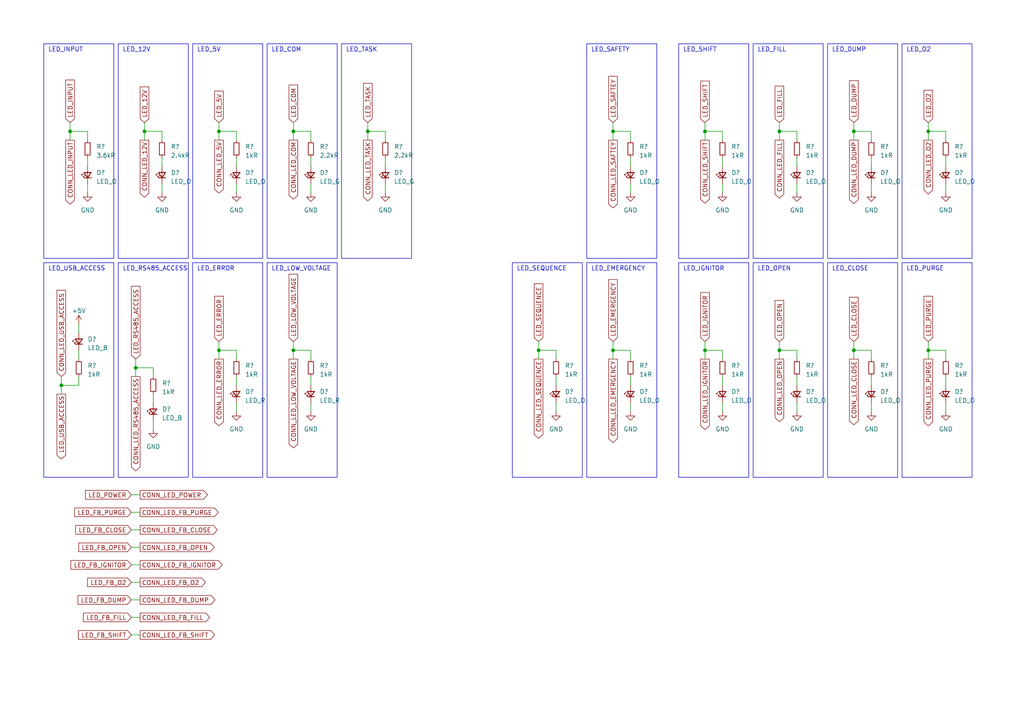
<source format=kicad_sch>
(kicad_sch (version 20230121) (generator eeschema)
  (paper "A4")
  (lib_symbols
    (symbol "Device:LED_Small" (pin_numbers hide) (pin_names (offset 0.254) hide)
      (property "Reference" "D" (at -1.27 3.175 0))
      (property "Value" "LED_Small" (at -4.445 -2.54 0))
      (symbol "LED_Small_0_1"
        (polyline (pts (xy -0.762 -1.016) (xy -0.762 1.016)) (stroke (width 0.254)))
        (polyline (pts (xy 1.016 0) (xy -0.762 0)))
        (polyline (pts (xy 0.762 -1.016) (xy -0.762 0) (xy 0.762 1.016) (xy 0.762 -1.016)) (stroke (width 0.254)))
        (polyline (pts (xy 0 0.762) (xy -0.508 1.27) (xy -0.254 1.27) (xy -0.508 1.27) (xy -0.508 1.016)))
        (polyline (pts (xy 0.508 1.27) (xy 0 1.778) (xy 0.254 1.778) (xy 0 1.778) (xy 0 1.524)))
      )
      (symbol "LED_Small_1_1"
        (pin passive line (at -2.54 0 0) (length 1.778) (name "K") (number "1"))
        (pin passive line (at 2.54 0 180) (length 1.778) (name "A") (number "2"))
      )
    )
    (symbol "Device:R_Small" (pin_numbers hide) (pin_names (offset 0.254) hide)
      (property "Reference" "R" (at 0.762 0.508 0))
      (property "Value" "R_Small" (at 0.762 -1.016 0))
      (symbol "R_Small_0_1"
        (rectangle (start -0.762 1.778) (end 0.762 -1.778) (stroke (width 0.2032)))
      )
      (symbol "R_Small_1_1"
        (pin passive line (at 0 2.54 270) (length 0.762) (name "~") (number "1"))
        (pin passive line (at 0 -2.54 90) (length 0.762) (name "~") (number "2"))
      )
    )
    (symbol "power:+5V" (power) (pin_names (offset 0))
      (property "Value" "+5V" (at 0 3.556 0))
      (symbol "+5V_0_1"
        (polyline (pts (xy -0.762 1.27) (xy 0 2.54)))
        (polyline (pts (xy 0 0) (xy 0 2.54)))
        (polyline (pts (xy 0 2.54) (xy 0.762 1.27)))
      )
      (symbol "+5V_1_1"
        (pin power_in line (at 0 0 90) (length 0) hide (name "+5V") (number "1"))
      )
    )
    (symbol "power:GND" (power) (pin_names (offset 0))
      (property "Value" "GND" (at 0 -3.81 0))
      (symbol "GND_0_1"
        (polyline (pts (xy 0 0) (xy 0 -1.27) (xy 1.27 -1.27) (xy 0 -2.54) (xy -1.27 -1.27) (xy 0 -1.27)))
      )
      (symbol "GND_1_1"
        (pin power_in line (at 0 0 270) (length 0) hide (name "GND") (number "1"))
      )
    )
  )
  (junction (at 269.24 38.1))
  (junction (at 85.09 101.6))
  (junction (at 204.47 38.1))
  (junction (at 226.06 101.6))
  (junction (at 17.78 111.76))
  (junction (at 247.65 101.6))
  (junction (at 269.24 101.6))
  (junction (at 247.65 38.1))
  (junction (at 106.68 38.1))
  (junction (at 63.5 38.1))
  (junction (at 177.8 101.6))
  (junction (at 226.06 38.1))
  (junction (at 204.47 101.6))
  (junction (at 156.21 101.6))
  (junction (at 177.8 38.1))
  (junction (at 39.37 106.68))
  (junction (at 20.32 38.1))
  (junction (at 85.09 38.1))
  (junction (at 63.5 101.6))
  (junction (at 41.91 38.1))
  (wire (pts (xy 231.14 45.72) (xy 231.14 48.26)))
  (wire (pts (xy 274.32 119.38) (xy 274.32 116.84)))
  (wire (pts (xy 90.17 45.72) (xy 90.17 48.26)))
  (wire (pts (xy 106.68 40.64) (xy 106.68 38.1)))
  (wire (pts (xy 269.24 35.56) (xy 269.24 38.1)))
  (wire (pts (xy 247.65 104.14) (xy 247.65 101.6)))
  (wire (pts (xy 44.45 124.46) (xy 44.45 121.92)))
  (wire (pts (xy 177.8 99.06) (xy 177.8 101.6)))
  (wire (pts (xy 247.65 35.56) (xy 247.65 38.1)))
  (wire (pts (xy 182.88 119.38) (xy 182.88 116.84)))
  (wire (pts (xy 182.88 38.1) (xy 177.8 38.1)))
  (wire (pts (xy 252.73 40.64) (xy 252.73 38.1)))
  (wire (pts (xy 17.78 111.76) (xy 22.86 111.76)))
  (wire (pts (xy 46.99 40.64) (xy 46.99 38.1)))
  (wire (pts (xy 39.37 109.22) (xy 39.37 106.68)))
  (wire (pts (xy 17.78 111.76) (xy 17.78 114.3)))
  (wire (pts (xy 68.58 40.64) (xy 68.58 38.1)))
  (wire (pts (xy 209.55 38.1) (xy 204.47 38.1)))
  (wire (pts (xy 209.55 55.88) (xy 209.55 53.34)))
  (wire (pts (xy 156.21 104.14) (xy 156.21 101.6)))
  (wire (pts (xy 41.91 35.56) (xy 41.91 38.1)))
  (wire (pts (xy 226.06 104.14) (xy 226.06 101.6)))
  (wire (pts (xy 209.55 40.64) (xy 209.55 38.1)))
  (wire (pts (xy 204.47 40.64) (xy 204.47 38.1)))
  (wire (pts (xy 68.58 45.72) (xy 68.58 48.26)))
  (wire (pts (xy 274.32 40.64) (xy 274.32 38.1)))
  (wire (pts (xy 85.09 99.06) (xy 85.09 101.6)))
  (wire (pts (xy 274.32 101.6) (xy 269.24 101.6)))
  (wire (pts (xy 177.8 40.64) (xy 177.8 38.1)))
  (wire (pts (xy 25.4 40.64) (xy 25.4 38.1)))
  (wire (pts (xy 182.88 40.64) (xy 182.88 38.1)))
  (wire (pts (xy 252.73 55.88) (xy 252.73 53.34)))
  (wire (pts (xy 106.68 35.56) (xy 106.68 38.1)))
  (wire (pts (xy 231.14 109.22) (xy 231.14 111.76)))
  (wire (pts (xy 182.88 109.22) (xy 182.88 111.76)))
  (wire (pts (xy 226.06 99.06) (xy 226.06 101.6)))
  (wire (pts (xy 63.5 104.14) (xy 63.5 101.6)))
  (wire (pts (xy 41.91 40.64) (xy 41.91 38.1)))
  (wire (pts (xy 46.99 38.1) (xy 41.91 38.1)))
  (wire (pts (xy 68.58 104.14) (xy 68.58 101.6)))
  (wire (pts (xy 252.73 45.72) (xy 252.73 48.26)))
  (wire (pts (xy 209.55 101.6) (xy 204.47 101.6)))
  (wire (pts (xy 161.29 119.38) (xy 161.29 116.84)))
  (wire (pts (xy 90.17 104.14) (xy 90.17 101.6)))
  (wire (pts (xy 38.1 153.67) (xy 40.64 153.67)))
  (wire (pts (xy 247.65 99.06) (xy 247.65 101.6)))
  (wire (pts (xy 247.65 40.64) (xy 247.65 38.1)))
  (wire (pts (xy 44.45 106.68) (xy 39.37 106.68)))
  (wire (pts (xy 274.32 104.14) (xy 274.32 101.6)))
  (wire (pts (xy 90.17 109.22) (xy 90.17 111.76)))
  (wire (pts (xy 111.76 45.72) (xy 111.76 48.26)))
  (wire (pts (xy 68.58 38.1) (xy 63.5 38.1)))
  (wire (pts (xy 156.21 99.06) (xy 156.21 101.6)))
  (wire (pts (xy 85.09 104.14) (xy 85.09 101.6)))
  (wire (pts (xy 25.4 55.88) (xy 25.4 53.34)))
  (wire (pts (xy 161.29 109.22) (xy 161.29 111.76)))
  (wire (pts (xy 85.09 35.56) (xy 85.09 38.1)))
  (wire (pts (xy 209.55 45.72) (xy 209.55 48.26)))
  (wire (pts (xy 269.24 104.14) (xy 269.24 101.6)))
  (wire (pts (xy 204.47 35.56) (xy 204.47 38.1)))
  (wire (pts (xy 252.73 109.22) (xy 252.73 111.76)))
  (wire (pts (xy 252.73 38.1) (xy 247.65 38.1)))
  (wire (pts (xy 46.99 45.72) (xy 46.99 48.26)))
  (wire (pts (xy 90.17 38.1) (xy 85.09 38.1)))
  (wire (pts (xy 22.86 101.6) (xy 22.86 104.14)))
  (wire (pts (xy 63.5 99.06) (xy 63.5 101.6)))
  (wire (pts (xy 85.09 40.64) (xy 85.09 38.1)))
  (wire (pts (xy 22.86 93.98) (xy 22.86 96.52)))
  (wire (pts (xy 111.76 40.64) (xy 111.76 38.1)))
  (wire (pts (xy 38.1 163.83) (xy 40.64 163.83)))
  (wire (pts (xy 111.76 55.88) (xy 111.76 53.34)))
  (wire (pts (xy 182.88 104.14) (xy 182.88 101.6)))
  (wire (pts (xy 111.76 38.1) (xy 106.68 38.1)))
  (wire (pts (xy 269.24 40.64) (xy 269.24 38.1)))
  (wire (pts (xy 38.1 148.59) (xy 40.64 148.59)))
  (wire (pts (xy 38.1 173.99) (xy 40.64 173.99)))
  (wire (pts (xy 231.14 119.38) (xy 231.14 116.84)))
  (wire (pts (xy 182.88 101.6) (xy 177.8 101.6)))
  (wire (pts (xy 231.14 55.88) (xy 231.14 53.34)))
  (wire (pts (xy 231.14 101.6) (xy 226.06 101.6)))
  (wire (pts (xy 20.32 40.64) (xy 20.32 38.1)))
  (wire (pts (xy 209.55 104.14) (xy 209.55 101.6)))
  (wire (pts (xy 38.1 179.07) (xy 40.64 179.07)))
  (wire (pts (xy 20.32 35.56) (xy 20.32 38.1)))
  (wire (pts (xy 231.14 104.14) (xy 231.14 101.6)))
  (wire (pts (xy 252.73 104.14) (xy 252.73 101.6)))
  (wire (pts (xy 17.78 109.22) (xy 17.78 111.76)))
  (wire (pts (xy 68.58 101.6) (xy 63.5 101.6)))
  (wire (pts (xy 38.1 168.91) (xy 40.64 168.91)))
  (wire (pts (xy 44.45 109.22) (xy 44.45 106.68)))
  (wire (pts (xy 25.4 38.1) (xy 20.32 38.1)))
  (wire (pts (xy 90.17 40.64) (xy 90.17 38.1)))
  (wire (pts (xy 46.99 55.88) (xy 46.99 53.34)))
  (wire (pts (xy 63.5 35.56) (xy 63.5 38.1)))
  (wire (pts (xy 90.17 55.88) (xy 90.17 53.34)))
  (wire (pts (xy 38.1 143.51) (xy 40.64 143.51)))
  (wire (pts (xy 269.24 99.06) (xy 269.24 101.6)))
  (wire (pts (xy 25.4 45.72) (xy 25.4 48.26)))
  (wire (pts (xy 68.58 55.88) (xy 68.58 53.34)))
  (wire (pts (xy 44.45 114.3) (xy 44.45 116.84)))
  (wire (pts (xy 177.8 35.56) (xy 177.8 38.1)))
  (wire (pts (xy 68.58 119.38) (xy 68.58 116.84)))
  (wire (pts (xy 90.17 101.6) (xy 85.09 101.6)))
  (wire (pts (xy 177.8 104.14) (xy 177.8 101.6)))
  (wire (pts (xy 231.14 40.64) (xy 231.14 38.1)))
  (wire (pts (xy 22.86 111.76) (xy 22.86 109.22)))
  (wire (pts (xy 204.47 99.06) (xy 204.47 101.6)))
  (wire (pts (xy 231.14 38.1) (xy 226.06 38.1)))
  (wire (pts (xy 274.32 38.1) (xy 269.24 38.1)))
  (wire (pts (xy 63.5 40.64) (xy 63.5 38.1)))
  (wire (pts (xy 161.29 104.14) (xy 161.29 101.6)))
  (wire (pts (xy 182.88 55.88) (xy 182.88 53.34)))
  (wire (pts (xy 209.55 109.22) (xy 209.55 111.76)))
  (wire (pts (xy 161.29 101.6) (xy 156.21 101.6)))
  (wire (pts (xy 226.06 40.64) (xy 226.06 38.1)))
  (wire (pts (xy 274.32 45.72) (xy 274.32 48.26)))
  (wire (pts (xy 252.73 101.6) (xy 247.65 101.6)))
  (wire (pts (xy 90.17 119.38) (xy 90.17 116.84)))
  (wire (pts (xy 274.32 55.88) (xy 274.32 53.34)))
  (wire (pts (xy 226.06 35.56) (xy 226.06 38.1)))
  (wire (pts (xy 38.1 184.15) (xy 40.64 184.15)))
  (wire (pts (xy 68.58 109.22) (xy 68.58 111.76)))
  (wire (pts (xy 274.32 109.22) (xy 274.32 111.76)))
  (wire (pts (xy 252.73 119.38) (xy 252.73 116.84)))
  (wire (pts (xy 39.37 104.14) (xy 39.37 106.68)))
  (wire (pts (xy 209.55 119.38) (xy 209.55 116.84)))
  (wire (pts (xy 182.88 45.72) (xy 182.88 48.26)))
  (wire (pts (xy 204.47 104.14) (xy 204.47 101.6)))
  (wire (pts (xy 38.1 158.75) (xy 40.64 158.75)))
  (rectangle (start 34.29 12.7) (end 54.61 74.93))
  (rectangle (start 55.88 12.7) (end 76.2 74.93))
  (rectangle (start 261.62 76.2) (end 281.94 138.43))
  (rectangle (start 99.06 12.7) (end 119.38 74.93))
  (rectangle (start 218.44 12.7) (end 238.76 74.93))
  (rectangle (start 148.59 76.2) (end 168.91 138.43))
  (rectangle (start 196.85 76.2) (end 217.17 138.43))
  (rectangle (start 77.47 12.7) (end 97.79 74.93))
  (rectangle (start 240.03 76.2) (end 260.35 138.43))
  (rectangle (start 261.62 12.7) (end 281.94 74.93))
  (rectangle (start 55.88 76.2) (end 76.2 138.43))
  (rectangle (start 170.18 12.7) (end 190.5 74.93))
  (rectangle (start 34.29 76.2) (end 54.61 138.43))
  (rectangle (start 196.85 12.7) (end 217.17 74.93))
  (rectangle (start 218.44 76.2) (end 238.76 138.43))
  (rectangle (start 12.7 76.2) (end 33.02 138.43))
  (rectangle (start 240.03 12.7) (end 260.35 74.93))
  (rectangle (start 12.7 12.7) (end 33.02 74.93))
  (rectangle (start 77.47 76.2) (end 97.79 138.43))
  (rectangle (start 170.18 76.2) (end 190.5 138.43))
  (text "LED_SEQUENCE" (at 149.86 78.74 0) (effects (font (size 1.27 1.27)) (justify left bottom)))
  (text "LED_CLOSE" (at 241.3 78.74 0) (effects (font (size 1.27 1.27)) (justify left bottom)))
  (text "LED_ERROR" (at 57.15 78.74 0) (effects (font (size 1.27 1.27)) (justify left bottom)))
  (text "LED_RS485_ACCESS" (at 35.56 78.74 0) (effects (font (size 1.27 1.27)) (justify left bottom)))
  (text "LED_DUMP" (at 241.3 15.24 0) (effects (font (size 1.27 1.27)) (justify left bottom)))
  (text "LED_TASK" (at 100.33 15.24 0) (effects (font (size 1.27 1.27)) (justify left bottom)))
  (text "LED_PURGE" (at 262.89 78.74 0) (effects (font (size 1.27 1.27)) (justify left bottom)))
  (text "LED_FILL" (at 219.71 15.24 0) (effects (font (size 1.27 1.27)) (justify left bottom)))
  (text "LED_EMERGENCY" (at 171.45 78.74 0) (effects (font (size 1.27 1.27)) (justify left bottom)))
  (text "LED_LOW_VOLTAGE" (at 78.74 78.74 0) (effects (font (size 1.27 1.27)) (justify left bottom)))
  (text "LED_O2" (at 262.89 15.24 0) (effects (font (size 1.27 1.27)) (justify left bottom)))
  (text "LED_COM" (at 78.74 15.24 0) (effects (font (size 1.27 1.27)) (justify left bottom)))
  (text "LED_5V" (at 57.15 15.24 0) (effects (font (size 1.27 1.27)) (justify left bottom)))
  (text "LED_SHIFT" (at 198.12 15.24 0) (effects (font (size 1.27 1.27)) (justify left bottom)))
  (text "LED_USB_ACCESS" (at 13.97 78.74 0) (effects (font (size 1.27 1.27)) (justify left bottom)))
  (text "LED_IGNITOR\n" (at 198.12 78.74 0) (effects (font (size 1.27 1.27)) (justify left bottom)))
  (text "LED_OPEN" (at 219.71 78.74 0) (effects (font (size 1.27 1.27)) (justify left bottom)))
  (text "LED_INPUT" (at 13.97 15.24 0) (effects (font (size 1.27 1.27)) (justify left bottom)))
  (text "LED_SAFETY" (at 171.45 15.24 0) (effects (font (size 1.27 1.27)) (justify left bottom)))
  (text "LED_12V" (at 35.56 15.24 0) (effects (font (size 1.27 1.27)) (justify left bottom)))
  (global_label "CONN_LED_FB_DUMP" (shape output) (at 40.64 173.99 0) (property "Intersheetrefs" "${INTERSHEET_REFS}" (effects hide)))
  (global_label "CONN_LED_LOW_VOLTAGE" (shape output) (at 85.09 104.14 270) (property "Intersheetrefs" "${INTERSHEET_REFS}" (effects hide)))
  (global_label "LED_IGNITOR" (shape input) (at 204.47 99.06 90) (property "Intersheetrefs" "${INTERSHEET_REFS}" (effects hide)))
  (global_label "LED_FB_CLOSE" (shape input) (at 38.1 153.67 180) (property "Intersheetrefs" "${INTERSHEET_REFS}" (effects hide)))
  (global_label "LED_POWER" (shape input) (at 38.1 143.51 180) (property "Intersheetrefs" "${INTERSHEET_REFS}" (effects hide)))
  (global_label "LED_TASK" (shape input) (at 106.68 35.56 90) (property "Intersheetrefs" "${INTERSHEET_REFS}" (effects hide)))
  (global_label "CONN_LED_SEQUENCE" (shape output) (at 156.21 104.14 270) (property "Intersheetrefs" "${INTERSHEET_REFS}" (effects hide)))
  (global_label "LED_SAFTEY" (shape input) (at 177.8 35.56 90) (property "Intersheetrefs" "${INTERSHEET_REFS}" (effects hide)))
  (global_label "CONN_LED_POWER" (shape output) (at 40.64 143.51 0) (property "Intersheetrefs" "${INTERSHEET_REFS}" (effects hide)))
  (global_label "LED_FB_IGNITOR" (shape input) (at 38.1 163.83 180) (property "Intersheetrefs" "${INTERSHEET_REFS}" (effects hide)))
  (global_label "LED_COM" (shape input) (at 85.09 35.56 90) (property "Intersheetrefs" "${INTERSHEET_REFS}" (effects hide)))
  (global_label "CONN_LED_DUMP" (shape output) (at 247.65 40.64 270) (property "Intersheetrefs" "${INTERSHEET_REFS}" (effects hide)))
  (global_label "LED_FB_DUMP" (shape input) (at 38.1 173.99 180) (property "Intersheetrefs" "${INTERSHEET_REFS}" (effects hide)))
  (global_label "CONN_LED_FB_SHIFT" (shape output) (at 40.64 184.15 0) (property "Intersheetrefs" "${INTERSHEET_REFS}" (effects hide)))
  (global_label "CONN_LED_FB_O2" (shape output) (at 40.64 168.91 0) (property "Intersheetrefs" "${INTERSHEET_REFS}" (effects hide)))
  (global_label "CONN_LED_RS485_ACCESS" (shape output) (at 39.37 109.22 270) (property "Intersheetrefs" "${INTERSHEET_REFS}" (effects hide)))
  (global_label "LED_PURGE" (shape input) (at 269.24 99.06 90) (property "Intersheetrefs" "${INTERSHEET_REFS}" (effects hide)))
  (global_label "CONN_LED_FB_CLOSE" (shape output) (at 40.64 153.67 0) (property "Intersheetrefs" "${INTERSHEET_REFS}" (effects hide)))
  (global_label "CONN_LED_FB_IGNITOR" (shape output) (at 40.64 163.83 0) (property "Intersheetrefs" "${INTERSHEET_REFS}" (effects hide)))
  (global_label "CONN_LED_CLOSE" (shape output) (at 247.65 104.14 270) (property "Intersheetrefs" "${INTERSHEET_REFS}" (effects hide)))
  (global_label "CONN_LED_OPEN" (shape output) (at 226.06 104.14 270) (property "Intersheetrefs" "${INTERSHEET_REFS}" (effects hide)))
  (global_label "LED_INPUT" (shape input) (at 20.32 35.56 90) (property "Intersheetrefs" "${INTERSHEET_REFS}" (effects hide)))
  (global_label "LED_FB_FILL" (shape input) (at 38.1 179.07 180) (property "Intersheetrefs" "${INTERSHEET_REFS}" (effects hide)))
  (global_label "CONN_LED_PURGE" (shape output) (at 269.24 104.14 270) (property "Intersheetrefs" "${INTERSHEET_REFS}" (effects hide)))
  (global_label "CONN_LED_USB_ACCESS" (shape input) (at 17.78 109.22 90) (property "Intersheetrefs" "${INTERSHEET_REFS}" (effects hide)))
  (global_label "CONN_LED_TASK" (shape output) (at 106.68 40.64 270) (property "Intersheetrefs" "${INTERSHEET_REFS}" (effects hide)))
  (global_label "LED_FILL" (shape input) (at 226.06 35.56 90) (property "Intersheetrefs" "${INTERSHEET_REFS}" (effects hide)))
  (global_label "LED_SHIFT" (shape input) (at 204.47 35.56 90) (property "Intersheetrefs" "${INTERSHEET_REFS}" (effects hide)))
  (global_label "CONN_LED_FB_OPEN" (shape output) (at 40.64 158.75 0) (property "Intersheetrefs" "${INTERSHEET_REFS}" (effects hide)))
  (global_label "LED_USB_ACCESS" (shape output) (at 17.78 114.3 270) (property "Intersheetrefs" "${INTERSHEET_REFS}" (effects hide)))
  (global_label "LED_OPEN" (shape input) (at 226.06 99.06 90) (property "Intersheetrefs" "${INTERSHEET_REFS}" (effects hide)))
  (global_label "LED_CLOSE" (shape input) (at 247.65 99.06 90) (property "Intersheetrefs" "${INTERSHEET_REFS}" (effects hide)))
  (global_label "CONN_LED_SHIFT" (shape output) (at 204.47 40.64 270) (property "Intersheetrefs" "${INTERSHEET_REFS}" (effects hide)))
  (global_label "CONN_LED_SAFTEY" (shape output) (at 177.8 40.64 270) (property "Intersheetrefs" "${INTERSHEET_REFS}" (effects hide)))
  (global_label "CONN_LED_COM" (shape output) (at 85.09 40.64 270) (property "Intersheetrefs" "${INTERSHEET_REFS}" (effects hide)))
  (global_label "CONN_LED_FILL" (shape output) (at 226.06 40.64 270) (property "Intersheetrefs" "${INTERSHEET_REFS}" (effects hide)))
  (global_label "LED_EMERGENCY" (shape input) (at 177.8 99.06 90) (property "Intersheetrefs" "${INTERSHEET_REFS}" (effects hide)))
  (global_label "LED_5V" (shape input) (at 63.5 35.56 90) (property "Intersheetrefs" "${INTERSHEET_REFS}" (effects hide)))
  (global_label "CONN_LED_12V" (shape output) (at 41.91 40.64 270) (property "Intersheetrefs" "${INTERSHEET_REFS}" (effects hide)))
  (global_label "LED_O2" (shape input) (at 269.24 35.56 90) (property "Intersheetrefs" "${INTERSHEET_REFS}" (effects hide)))
  (global_label "CONN_LED_IGNITOR" (shape output) (at 204.47 104.14 270) (property "Intersheetrefs" "${INTERSHEET_REFS}" (effects hide)))
  (global_label "CONN_LED_FB_FILL" (shape output) (at 40.64 179.07 0) (property "Intersheetrefs" "${INTERSHEET_REFS}" (effects hide)))
  (global_label "LED_12V" (shape input) (at 41.91 35.56 90) (property "Intersheetrefs" "${INTERSHEET_REFS}" (effects hide)))
  (global_label "LED_FB_O2" (shape input) (at 38.1 168.91 180) (property "Intersheetrefs" "${INTERSHEET_REFS}" (effects hide)))
  (global_label "CONN_LED_EMERGENCY" (shape output) (at 177.8 104.14 270) (property "Intersheetrefs" "${INTERSHEET_REFS}" (effects hide)))
  (global_label "LED_FB_PURGE" (shape input) (at 38.1 148.59 180) (property "Intersheetrefs" "${INTERSHEET_REFS}" (effects hide)))
  (global_label "CONN_LED_ERROR" (shape output) (at 63.5 104.14 270) (property "Intersheetrefs" "${INTERSHEET_REFS}" (effects hide)))
  (global_label "LED_LOW_VOLTAGE" (shape input) (at 85.09 99.06 90) (property "Intersheetrefs" "${INTERSHEET_REFS}" (effects hide)))
  (global_label "LED_RS485_ACCESS" (shape input) (at 39.37 104.14 90) (property "Intersheetrefs" "${INTERSHEET_REFS}" (effects hide)))
  (global_label "LED_ERROR" (shape input) (at 63.5 99.06 90) (property "Intersheetrefs" "${INTERSHEET_REFS}" (effects hide)))
  (global_label "CONN_LED_O2" (shape output) (at 269.24 40.64 270) (property "Intersheetrefs" "${INTERSHEET_REFS}" (effects hide)))
  (global_label "LED_FB_OPEN" (shape input) (at 38.1 158.75 180) (property "Intersheetrefs" "${INTERSHEET_REFS}" (effects hide)))
  (global_label "CONN_LED_FB_PURGE" (shape output) (at 40.64 148.59 0) (property "Intersheetrefs" "${INTERSHEET_REFS}" (effects hide)))
  (global_label "CONN_LED_5V" (shape output) (at 63.5 40.64 270) (property "Intersheetrefs" "${INTERSHEET_REFS}" (effects hide)))
  (global_label "LED_DUMP" (shape input) (at 247.65 35.56 90) (property "Intersheetrefs" "${INTERSHEET_REFS}" (effects hide)))
  (global_label "CONN_LED_INPUT" (shape output) (at 20.32 40.64 270) (property "Intersheetrefs" "${INTERSHEET_REFS}" (effects hide)))
  (global_label "LED_FB_SHIFT" (shape input) (at 38.1 184.15 180) (property "Intersheetrefs" "${INTERSHEET_REFS}" (effects hide)))
  (global_label "LED_SEQUENCE" (shape input) (at 156.21 99.06 90) (property "Intersheetrefs" "${INTERSHEET_REFS}" (effects hide)))
  (symbol (lib_id "power:GND") (at 209.55 55.88 0) (unit 1)
    (property "Reference" "#PWR?" (effects hide))
    (property "Value" "GND" (at 209.55 60.96 0))
    (instances (project "SatelliteController" (path "" (reference "#PWR?") (unit 1)) (path "" (reference "#PWR087") (unit 1))))
  )
  (symbol (lib_id "Device:LED_Small") (at 182.88 50.8 90) (unit 1)
    (property "Reference" "D?" (at 185.42 50.1015 90) (effects (justify right)))
    (property "Value" "LED_O" (at 185.42 52.6415 90) (effects (justify right)))
    (property "Footprint" "LED_SMD:LED_0603_1608Metric_Pad1.05x0.95mm_HandSolder" (effects hide))
    (property "Datasheet" "https://akizukidenshi.com/catalog/g/gI-06416/" (effects hide))
    (instances (project "SatelliteController" (path "" (reference "D?") (unit 1)) (path "" (reference "D19") (unit 1))))
  )
  (symbol (lib_id "Device:R_Small") (at 25.4 43.18 0) (unit 1)
    (property "Reference" "R?" (at 27.94 42.545 0) (effects (justify left)))
    (property "Value" "3.6kR" (at 27.94 45.085 0) (effects (justify left)))
    (property "Footprint" "Resistor_SMD:R_0603_1608Metric_Pad0.98x0.95mm_HandSolder" (effects hide))
    (property "Datasheet" "https://www.chip1stop.com/view/dispDetail/DispDetail?partId=ROHM-0021097" (effects hide))
    (instances (project "SatelliteController" (path "" (reference "R?") (unit 1)) (path "" (reference "R28") (unit 1))))
  )
  (symbol (lib_id "power:GND") (at 161.29 119.38 0) (unit 1)
    (property "Reference" "#PWR?" (effects hide))
    (property "Value" "GND" (at 161.29 124.46 0))
    (instances (project "SatelliteController" (path "" (reference "#PWR?") (unit 1)) (path "" (reference "#PWR085") (unit 1))))
  )
  (symbol (lib_id "Device:LED_Small") (at 274.32 114.3 90) (unit 1)
    (property "Reference" "D?" (at 276.86 113.6015 90) (effects (justify right)))
    (property "Value" "LED_O" (at 276.86 116.1415 90) (effects (justify right)))
    (property "Footprint" "LED_SMD:LED_0603_1608Metric_Pad1.05x0.95mm_HandSolder" (effects hide))
    (property "Datasheet" "https://akizukidenshi.com/catalog/g/gI-06416/" (effects hide))
    (instances (project "SatelliteController" (path "" (reference "D?") (unit 1)) (path "" (reference "D29") (unit 1))))
  )
  (symbol (lib_id "power:+5V") (at 22.86 93.98 0) (unit 1)
    (property "Reference" "#PWR?" (effects hide))
    (property "Value" "+5V" (at 22.86 90.17 0))
    (instances (project "SatelliteController" (path "" (reference "#PWR?") (unit 1)) (path "" (reference "#PWR067") (unit 1))))
  )
  (symbol (lib_id "Device:LED_Small") (at 182.88 114.3 90) (unit 1)
    (property "Reference" "D?" (at 185.42 113.6015 90) (effects (justify right)))
    (property "Value" "LED_O" (at 185.42 116.1415 90) (effects (justify right)))
    (property "Footprint" "LED_SMD:LED_0603_1608Metric_Pad1.05x0.95mm_HandSolder" (effects hide))
    (property "Datasheet" "https://akizukidenshi.com/catalog/g/gI-06416/" (effects hide))
    (instances (project "SatelliteController" (path "" (reference "D?") (unit 1)) (path "" (reference "D21") (unit 1))))
  )
  (symbol (lib_id "power:GND") (at 68.58 55.88 0) (unit 1)
    (property "Reference" "#PWR?" (effects hide))
    (property "Value" "GND" (at 68.58 60.96 0))
    (instances (project "SatelliteController" (path "" (reference "#PWR?") (unit 1)) (path "" (reference "#PWR064") (unit 1))))
  )
  (symbol (lib_id "Device:LED_Small") (at 252.73 50.8 90) (unit 1)
    (property "Reference" "D?" (at 255.27 50.1015 90) (effects (justify right)))
    (property "Value" "LED_O" (at 255.27 52.6415 90) (effects (justify right)))
    (property "Footprint" "LED_SMD:LED_0603_1608Metric_Pad1.05x0.95mm_HandSolder" (effects hide))
    (property "Datasheet" "https://akizukidenshi.com/catalog/g/gI-06416/" (effects hide))
    (instances (project "SatelliteController" (path "" (reference "D?") (unit 1)) (path "" (reference "D24") (unit 1))))
  )
  (symbol (lib_id "Device:R_Small") (at 44.45 111.76 0) (unit 1)
    (property "Reference" "R?" (at 46.99 111.125 0) (effects (justify left)))
    (property "Value" "1kR" (at 46.99 113.665 0) (effects (justify left)))
    (property "Footprint" "Resistor_SMD:R_0603_1608Metric_Pad0.98x0.95mm_HandSolder" (effects hide))
    (property "Datasheet" "https://www.chip1stop.com/view/dispDetail/DispDetail?partId=ROHM-0021097" (effects hide))
    (instances (project "SatelliteController" (path "" (reference "R?") (unit 1)) (path "" (reference "R38") (unit 1))))
  )
  (symbol (lib_id "power:GND") (at 182.88 55.88 0) (unit 1)
    (property "Reference" "#PWR?" (effects hide))
    (property "Value" "GND" (at 182.88 60.96 0))
    (instances (project "SatelliteController" (path "" (reference "#PWR?") (unit 1)) (path "" (reference "#PWR084") (unit 1))))
  )
  (symbol (lib_id "Device:R_Small") (at 231.14 43.18 0) (unit 1)
    (property "Reference" "R?" (at 233.68 42.545 0) (effects (justify left)))
    (property "Value" "1kR" (at 233.68 45.085 0) (effects (justify left)))
    (property "Footprint" "Resistor_SMD:R_0603_1608Metric_Pad0.98x0.95mm_HandSolder" (effects hide))
    (property "Datasheet" "https://www.chip1stop.com/view/dispDetail/DispDetail?partId=ROHM-0021097" (effects hide))
    (instances (project "SatelliteController" (path "" (reference "R?") (unit 1)) (path "" (reference "R37") (unit 1))))
  )
  (symbol (lib_id "Device:R_Small") (at 68.58 43.18 0) (unit 1)
    (property "Reference" "R?" (at 71.12 42.545 0) (effects (justify left)))
    (property "Value" "1kR" (at 71.12 45.085 0) (effects (justify left)))
    (property "Footprint" "Resistor_SMD:R_0603_1608Metric_Pad0.98x0.95mm_HandSolder" (effects hide))
    (property "Datasheet" "https://www.chip1stop.com/view/dispDetail/DispDetail?partId=ROHM-0021097" (effects hide))
    (instances (project "SatelliteController" (path "" (reference "R?") (unit 1)) (path "" (reference "R32") (unit 1))))
  )
  (symbol (lib_id "power:GND") (at 25.4 55.88 0) (unit 1)
    (property "Reference" "#PWR?" (effects hide))
    (property "Value" "GND" (at 25.4 60.96 0))
    (instances (project "SatelliteController" (path "" (reference "#PWR?") (unit 1)) (path "" (reference "#PWR062") (unit 1))))
  )
  (symbol (lib_id "Device:R_Small") (at 252.73 106.68 0) (unit 1)
    (property "Reference" "R?" (at 255.27 106.045 0) (effects (justify left)))
    (property "Value" "1kR" (at 255.27 108.585 0) (effects (justify left)))
    (property "Footprint" "Resistor_SMD:R_0603_1608Metric_Pad0.98x0.95mm_HandSolder" (effects hide))
    (property "Datasheet" "https://www.chip1stop.com/view/dispDetail/DispDetail?partId=ROHM-0021097" (effects hide))
    (instances (project "SatelliteController" (path "" (reference "R?") (unit 1)) (path "" (reference "R47") (unit 1))))
  )
  (symbol (lib_id "Device:R_Small") (at 182.88 43.18 0) (unit 1)
    (property "Reference" "R?" (at 185.42 42.545 0) (effects (justify left)))
    (property "Value" "1kR" (at 185.42 45.085 0) (effects (justify left)))
    (property "Footprint" "Resistor_SMD:R_0603_1608Metric_Pad0.98x0.95mm_HandSolder" (effects hide))
    (property "Datasheet" "https://www.chip1stop.com/view/dispDetail/DispDetail?partId=ROHM-0021097" (effects hide))
    (instances (project "SatelliteController" (path "" (reference "R?") (unit 1)) (path "" (reference "R29") (unit 1))))
  )
  (symbol (lib_id "Device:R_Small") (at 161.29 106.68 0) (unit 1)
    (property "Reference" "R?" (at 163.83 106.045 0) (effects (justify left)))
    (property "Value" "1kR" (at 163.83 108.585 0) (effects (justify left)))
    (property "Footprint" "Resistor_SMD:R_0603_1608Metric_Pad0.98x0.95mm_HandSolder" (effects hide))
    (property "Datasheet" "https://www.chip1stop.com/view/dispDetail/DispDetail?partId=ROHM-0021097" (effects hide))
    (instances (project "SatelliteController" (path "" (reference "R?") (unit 1)) (path "" (reference "R31") (unit 1))))
  )
  (symbol (lib_id "Device:R_Small") (at 209.55 106.68 0) (unit 1)
    (property "Reference" "R?" (at 212.09 106.045 0) (effects (justify left)))
    (property "Value" "1kR" (at 212.09 108.585 0) (effects (justify left)))
    (property "Footprint" "Resistor_SMD:R_0603_1608Metric_Pad0.98x0.95mm_HandSolder" (effects hide))
    (property "Datasheet" "https://www.chip1stop.com/view/dispDetail/DispDetail?partId=ROHM-0021097" (effects hide))
    (instances (project "SatelliteController" (path "" (reference "R?") (unit 1)) (path "" (reference "R43") (unit 1))))
  )
  (symbol (lib_id "Device:R_Small") (at 274.32 106.68 0) (unit 1)
    (property "Reference" "R?" (at 276.86 106.045 0) (effects (justify left)))
    (property "Value" "1kR" (at 276.86 108.585 0) (effects (justify left)))
    (property "Footprint" "Resistor_SMD:R_0603_1608Metric_Pad0.98x0.95mm_HandSolder" (effects hide))
    (property "Datasheet" "https://www.chip1stop.com/view/dispDetail/DispDetail?partId=ROHM-0021097" (effects hide))
    (instances (project "SatelliteController" (path "" (reference "R?") (unit 1)) (path "" (reference "R67") (unit 1))))
  )
  (symbol (lib_id "Device:LED_Small") (at 252.73 114.3 90) (unit 1)
    (property "Reference" "D?" (at 255.27 113.6015 90) (effects (justify right)))
    (property "Value" "LED_O" (at 255.27 116.1415 90) (effects (justify right)))
    (property "Footprint" "LED_SMD:LED_0603_1608Metric_Pad1.05x0.95mm_HandSolder" (effects hide))
    (property "Datasheet" "https://akizukidenshi.com/catalog/g/gI-06416/" (effects hide))
    (instances (project "SatelliteController" (path "" (reference "D?") (unit 1)) (path "" (reference "D28") (unit 1))))
  )
  (symbol (lib_id "Device:LED_Small") (at 90.17 114.3 90) (unit 1)
    (property "Reference" "D?" (at 92.71 113.6015 90) (effects (justify right)))
    (property "Value" "LED_R" (at 92.71 116.1415 90) (effects (justify right)))
    (property "Footprint" "LED_SMD:LED_0603_1608Metric_Pad1.05x0.95mm_HandSolder" (effects hide))
    (property "Datasheet" "https://akizukidenshi.com/catalog/g/gI-03978/" (effects hide))
    (instances (project "SatelliteController" (path "" (reference "D?") (unit 1)) (path "" (reference "D17") (unit 1))))
  )
  (symbol (lib_id "Device:LED_Small") (at 231.14 50.8 90) (unit 1)
    (property "Reference" "D?" (at 233.68 50.1015 90) (effects (justify right)))
    (property "Value" "LED_O" (at 233.68 52.6415 90) (effects (justify right)))
    (property "Footprint" "LED_SMD:LED_0603_1608Metric_Pad1.05x0.95mm_HandSolder" (effects hide))
    (property "Datasheet" "https://akizukidenshi.com/catalog/g/gI-06416/" (effects hide))
    (instances (project "SatelliteController" (path "" (reference "D?") (unit 1)) (path "" (reference "D23") (unit 1))))
  )
  (symbol (lib_id "power:GND") (at 90.17 119.38 0) (unit 1)
    (property "Reference" "#PWR?" (effects hide))
    (property "Value" "GND" (at 90.17 124.46 0))
    (instances (project "SatelliteController" (path "" (reference "#PWR?") (unit 1)) (path "" (reference "#PWR072") (unit 1))))
  )
  (symbol (lib_id "Device:LED_Small") (at 209.55 114.3 90) (unit 1)
    (property "Reference" "D?" (at 212.09 113.6015 90) (effects (justify right)))
    (property "Value" "LED_O" (at 212.09 116.1415 90) (effects (justify right)))
    (property "Footprint" "LED_SMD:LED_0603_1608Metric_Pad1.05x0.95mm_HandSolder" (effects hide))
    (property "Datasheet" "https://akizukidenshi.com/catalog/g/gI-06416/" (effects hide))
    (instances (project "SatelliteController" (path "" (reference "D?") (unit 1)) (path "" (reference "D26") (unit 1))))
  )
  (symbol (lib_id "Device:LED_Small") (at 209.55 50.8 90) (unit 1)
    (property "Reference" "D?" (at 212.09 50.1015 90) (effects (justify right)))
    (property "Value" "LED_O" (at 212.09 52.6415 90) (effects (justify right)))
    (property "Footprint" "LED_SMD:LED_0603_1608Metric_Pad1.05x0.95mm_HandSolder" (effects hide))
    (property "Datasheet" "https://akizukidenshi.com/catalog/g/gI-06416/" (effects hide))
    (instances (project "SatelliteController" (path "" (reference "D?") (unit 1)) (path "" (reference "D22") (unit 1))))
  )
  (symbol (lib_id "Device:R_Small") (at 90.17 106.68 0) (unit 1)
    (property "Reference" "R?" (at 92.71 106.045 0) (effects (justify left)))
    (property "Value" "1kR" (at 92.71 108.585 0) (effects (justify left)))
    (property "Footprint" "Resistor_SMD:R_0603_1608Metric_Pad0.98x0.95mm_HandSolder" (effects hide))
    (property "Datasheet" "https://www.chip1stop.com/view/dispDetail/DispDetail?partId=ROHM-0021097" (effects hide))
    (instances (project "SatelliteController" (path "" (reference "R?") (unit 1)) (path "" (reference "R44") (unit 1))))
  )
  (symbol (lib_id "power:GND") (at 111.76 55.88 0) (unit 1)
    (property "Reference" "#PWR?" (effects hide))
    (property "Value" "GND" (at 111.76 60.96 0))
    (instances (project "SatelliteController" (path "" (reference "#PWR?") (unit 1)) (path "" (reference "#PWR066") (unit 1))))
  )
  (symbol (lib_id "power:GND") (at 252.73 119.38 0) (unit 1)
    (property "Reference" "#PWR?" (effects hide))
    (property "Value" "GND" (at 252.73 124.46 0))
    (instances (project "SatelliteController" (path "" (reference "#PWR?") (unit 1)) (path "" (reference "#PWR093") (unit 1))))
  )
  (symbol (lib_id "Device:LED_Small") (at 274.32 50.8 90) (unit 1)
    (property "Reference" "D?" (at 276.86 50.1015 90) (effects (justify right)))
    (property "Value" "LED_O" (at 276.86 52.6415 90) (effects (justify right)))
    (property "Footprint" "LED_SMD:LED_0603_1608Metric_Pad1.05x0.95mm_HandSolder" (effects hide))
    (property "Datasheet" "https://akizukidenshi.com/catalog/g/gI-06416/" (effects hide))
    (instances (project "SatelliteController" (path "" (reference "D?") (unit 1)) (path "" (reference "D25") (unit 1))))
  )
  (symbol (lib_id "Device:R_Small") (at 22.86 106.68 0) (unit 1)
    (property "Reference" "R?" (at 25.4 106.045 0) (effects (justify left)))
    (property "Value" "1kR" (at 25.4 108.585 0) (effects (justify left)))
    (property "Footprint" "Resistor_SMD:R_0603_1608Metric_Pad0.98x0.95mm_HandSolder" (effects hide))
    (property "Datasheet" "https://www.chip1stop.com/view/dispDetail/DispDetail?partId=ROHM-0021097" (effects hide))
    (instances (project "SatelliteController" (path "" (reference "R?") (unit 1)) (path "" (reference "R46") (unit 1))))
  )
  (symbol (lib_id "power:GND") (at 274.32 55.88 0) (unit 1)
    (property "Reference" "#PWR?" (effects hide))
    (property "Value" "GND" (at 274.32 60.96 0))
    (instances (project "SatelliteController" (path "" (reference "#PWR?") (unit 1)) (path "" (reference "#PWR090") (unit 1))))
  )
  (symbol (lib_id "power:GND") (at 182.88 119.38 0) (unit 1)
    (property "Reference" "#PWR?" (effects hide))
    (property "Value" "GND" (at 182.88 124.46 0))
    (instances (project "SatelliteController" (path "" (reference "#PWR?") (unit 1)) (path "" (reference "#PWR086") (unit 1))))
  )
  (symbol (lib_id "power:GND") (at 209.55 119.38 0) (unit 1)
    (property "Reference" "#PWR?" (effects hide))
    (property "Value" "GND" (at 209.55 124.46 0))
    (instances (project "SatelliteController" (path "" (reference "#PWR?") (unit 1)) (path "" (reference "#PWR091") (unit 1))))
  )
  (symbol (lib_id "power:GND") (at 252.73 55.88 0) (unit 1)
    (property "Reference" "#PWR?" (effects hide))
    (property "Value" "GND" (at 252.73 60.96 0))
    (instances (project "SatelliteController" (path "" (reference "#PWR?") (unit 1)) (path "" (reference "#PWR089") (unit 1))))
  )
  (symbol (lib_id "power:GND") (at 231.14 55.88 0) (unit 1)
    (property "Reference" "#PWR?" (effects hide))
    (property "Value" "GND" (at 231.14 60.96 0))
    (instances (project "SatelliteController" (path "" (reference "#PWR?") (unit 1)) (path "" (reference "#PWR088") (unit 1))))
  )
  (symbol (lib_id "Device:R_Small") (at 182.88 106.68 0) (unit 1)
    (property "Reference" "R?" (at 185.42 106.045 0) (effects (justify left)))
    (property "Value" "1kR" (at 185.42 108.585 0) (effects (justify left)))
    (property "Footprint" "Resistor_SMD:R_0603_1608Metric_Pad0.98x0.95mm_HandSolder" (effects hide))
    (property "Datasheet" "https://www.chip1stop.com/view/dispDetail/DispDetail?partId=ROHM-0021097" (effects hide))
    (instances (project "SatelliteController" (path "" (reference "R?") (unit 1)) (path "" (reference "R33") (unit 1))))
  )
  (symbol (lib_id "Device:LED_Small") (at 25.4 50.8 90) (unit 1)
    (property "Reference" "D?" (at 27.94 50.1015 90) (effects (justify right)))
    (property "Value" "LED_O" (at 27.94 52.6415 90) (effects (justify right)))
    (property "Footprint" "LED_SMD:LED_0603_1608Metric_Pad1.05x0.95mm_HandSolder" (effects hide))
    (property "Datasheet" "https://akizukidenshi.com/catalog/g/gI-06416/" (effects hide))
    (instances (project "SatelliteController" (path "" (reference "D?") (unit 1)) (path "" (reference "D7") (unit 1))))
  )
  (symbol (lib_id "Device:LED_Small") (at 68.58 114.3 90) (unit 1)
    (property "Reference" "D?" (at 71.12 113.6015 90) (effects (justify right)))
    (property "Value" "LED_R" (at 71.12 116.1415 90) (effects (justify right)))
    (property "Footprint" "LED_SMD:LED_0603_1608Metric_Pad1.05x0.95mm_HandSolder" (effects hide))
    (property "Datasheet" "https://akizukidenshi.com/catalog/g/gI-03978/" (effects hide))
    (instances (project "SatelliteController" (path "" (reference "D?") (unit 1)) (path "" (reference "D16") (unit 1))))
  )
  (symbol (lib_id "Device:R_Small") (at 274.32 43.18 0) (unit 1)
    (property "Reference" "R?" (at 276.86 42.545 0) (effects (justify left)))
    (property "Value" "1kR" (at 276.86 45.085 0) (effects (justify left)))
    (property "Footprint" "Resistor_SMD:R_0603_1608Metric_Pad0.98x0.95mm_HandSolder" (effects hide))
    (property "Datasheet" "https://www.chip1stop.com/view/dispDetail/DispDetail?partId=ROHM-0021097" (effects hide))
    (instances (project "SatelliteController" (path "" (reference "R?") (unit 1)) (path "" (reference "R41") (unit 1))))
  )
  (symbol (lib_id "power:GND") (at 46.99 55.88 0) (unit 1)
    (property "Reference" "#PWR?" (effects hide))
    (property "Value" "GND" (at 46.99 60.96 0))
    (instances (project "SatelliteController" (path "" (reference "#PWR?") (unit 1)) (path "" (reference "#PWR063") (unit 1))))
  )
  (symbol (lib_id "Device:R_Small") (at 209.55 43.18 0) (unit 1)
    (property "Reference" "R?" (at 212.09 42.545 0) (effects (justify left)))
    (property "Value" "1kR" (at 212.09 45.085 0) (effects (justify left)))
    (property "Footprint" "Resistor_SMD:R_0603_1608Metric_Pad0.98x0.95mm_HandSolder" (effects hide))
    (property "Datasheet" "https://www.chip1stop.com/view/dispDetail/DispDetail?partId=ROHM-0021097" (effects hide))
    (instances (project "SatelliteController" (path "" (reference "R?") (unit 1)) (path "" (reference "R35") (unit 1))))
  )
  (symbol (lib_id "Device:R_Small") (at 231.14 106.68 0) (unit 1)
    (property "Reference" "R?" (at 233.68 106.045 0) (effects (justify left)))
    (property "Value" "1kR" (at 233.68 108.585 0) (effects (justify left)))
    (property "Footprint" "Resistor_SMD:R_0603_1608Metric_Pad0.98x0.95mm_HandSolder" (effects hide))
    (property "Datasheet" "https://www.chip1stop.com/view/dispDetail/DispDetail?partId=ROHM-0021097" (effects hide))
    (instances (project "SatelliteController" (path "" (reference "R?") (unit 1)) (path "" (reference "R45") (unit 1))))
  )
  (symbol (lib_id "Device:LED_Small") (at 46.99 50.8 90) (unit 1)
    (property "Reference" "D?" (at 49.53 50.1015 90) (effects (justify right)))
    (property "Value" "LED_O" (at 49.53 52.6415 90) (effects (justify right)))
    (property "Footprint" "LED_SMD:LED_0603_1608Metric_Pad1.05x0.95mm_HandSolder" (effects hide))
    (property "Datasheet" "https://akizukidenshi.com/catalog/g/gI-06416/" (effects hide))
    (instances (project "SatelliteController" (path "" (reference "D?") (unit 1)) (path "" (reference "D8") (unit 1))))
  )
  (symbol (lib_id "power:GND") (at 90.17 55.88 0) (unit 1)
    (property "Reference" "#PWR?" (effects hide))
    (property "Value" "GND" (at 90.17 60.96 0))
    (instances (project "SatelliteController" (path "" (reference "#PWR?") (unit 1)) (path "" (reference "#PWR065") (unit 1))))
  )
  (symbol (lib_id "Device:R_Small") (at 252.73 43.18 0) (unit 1)
    (property "Reference" "R?" (at 255.27 42.545 0) (effects (justify left)))
    (property "Value" "1kR" (at 255.27 45.085 0) (effects (justify left)))
    (property "Footprint" "Resistor_SMD:R_0603_1608Metric_Pad0.98x0.95mm_HandSolder" (effects hide))
    (property "Datasheet" "https://www.chip1stop.com/view/dispDetail/DispDetail?partId=ROHM-0021097" (effects hide))
    (instances (project "SatelliteController" (path "" (reference "R?") (unit 1)) (path "" (reference "R39") (unit 1))))
  )
  (symbol (lib_id "Device:R_Small") (at 68.58 106.68 0) (unit 1)
    (property "Reference" "R?" (at 71.12 106.045 0) (effects (justify left)))
    (property "Value" "1kR" (at 71.12 108.585 0) (effects (justify left)))
    (property "Footprint" "Resistor_SMD:R_0603_1608Metric_Pad0.98x0.95mm_HandSolder" (effects hide))
    (property "Datasheet" "https://www.chip1stop.com/view/dispDetail/DispDetail?partId=ROHM-0021097" (effects hide))
    (instances (project "SatelliteController" (path "" (reference "R?") (unit 1)) (path "" (reference "R42") (unit 1))))
  )
  (symbol (lib_id "power:GND") (at 68.58 119.38 0) (unit 1)
    (property "Reference" "#PWR?" (effects hide))
    (property "Value" "GND" (at 68.58 124.46 0))
    (instances (project "SatelliteController" (path "" (reference "#PWR?") (unit 1)) (path "" (reference "#PWR071") (unit 1))))
  )
  (symbol (lib_id "power:GND") (at 44.45 124.46 0) (unit 1)
    (property "Reference" "#PWR?" (effects hide))
    (property "Value" "GND" (at 44.45 129.54 0))
    (instances (project "SatelliteController" (path "" (reference "#PWR?") (unit 1)) (path "" (reference "#PWR069") (unit 1))))
  )
  (symbol (lib_id "Device:LED_Small") (at 231.14 114.3 90) (unit 1)
    (property "Reference" "D?" (at 233.68 113.6015 90) (effects (justify right)))
    (property "Value" "LED_O" (at 233.68 116.1415 90) (effects (justify right)))
    (property "Footprint" "LED_SMD:LED_0603_1608Metric_Pad1.05x0.95mm_HandSolder" (effects hide))
    (property "Datasheet" "https://akizukidenshi.com/catalog/g/gI-06416/" (effects hide))
    (instances (project "SatelliteController" (path "" (reference "D?") (unit 1)) (path "" (reference "D27") (unit 1))))
  )
  (symbol (lib_id "Device:LED_Small") (at 44.45 119.38 90) (unit 1)
    (property "Reference" "D?" (at 46.99 118.6815 90) (effects (justify right)))
    (property "Value" "LED_B" (at 46.99 121.2215 90) (effects (justify right)))
    (property "Footprint" "LED_SMD:LED_0603_1608Metric_Pad1.05x0.95mm_HandSolder" (effects hide))
    (property "Datasheet" "https://akizukidenshi.com/catalog/g/gI-03982/" (effects hide))
    (instances (project "SatelliteController" (path "" (reference "D?") (unit 1)) (path "" (reference "D14") (unit 1))))
  )
  (symbol (lib_id "power:GND") (at 274.32 119.38 0) (unit 1)
    (property "Reference" "#PWR?" (effects hide))
    (property "Value" "GND" (at 274.32 124.46 0))
    (instances (project "SatelliteController" (path "" (reference "#PWR?") (unit 1)) (path "" (reference "#PWR094") (unit 1))))
  )
  (symbol (lib_id "Device:LED_Small") (at 68.58 50.8 90) (unit 1)
    (property "Reference" "D?" (at 71.12 50.1015 90) (effects (justify right)))
    (property "Value" "LED_O" (at 71.12 52.6415 90) (effects (justify right)))
    (property "Footprint" "LED_SMD:LED_0603_1608Metric_Pad1.05x0.95mm_HandSolder" (effects hide))
    (property "Datasheet" "https://akizukidenshi.com/catalog/g/gI-06416/" (effects hide))
    (instances (project "SatelliteController" (path "" (reference "D?") (unit 1)) (path "" (reference "D9") (unit 1))))
  )
  (symbol (lib_id "power:GND") (at 231.14 119.38 0) (unit 1)
    (property "Reference" "#PWR?" (effects hide))
    (property "Value" "GND" (at 231.14 124.46 0))
    (instances (project "SatelliteController" (path "" (reference "#PWR?") (unit 1)) (path "" (reference "#PWR092") (unit 1))))
  )
  (symbol (lib_id "Device:LED_Small") (at 111.76 50.8 90) (unit 1)
    (property "Reference" "D?" (at 114.3 50.1015 90) (effects (justify right)))
    (property "Value" "LED_G" (at 114.3 52.6415 90) (effects (justify right)))
    (property "Footprint" "LED_SMD:LED_0603_1608Metric_Pad1.05x0.95mm_HandSolder" (effects hide))
    (property "Datasheet" "https://akizukidenshi.com/catalog/g/gI-06417/" (effects hide))
    (instances (project "SatelliteController" (path "" (reference "D?") (unit 1)) (path "" (reference "D11") (unit 1))))
  )
  (symbol (lib_id "Device:R_Small") (at 111.76 43.18 0) (unit 1)
    (property "Reference" "R?" (at 114.3 42.545 0) (effects (justify left)))
    (property "Value" "2.2kR" (at 114.3 45.085 0) (effects (justify left)))
    (property "Footprint" "Resistor_SMD:R_0603_1608Metric_Pad0.98x0.95mm_HandSolder" (effects hide))
    (property "Datasheet" "https://www.chip1stop.com/view/dispDetail/DispDetail?partId=ROHM-0021097" (effects hide))
    (instances (project "SatelliteController" (path "" (reference "R?") (unit 1)) (path "" (reference "R36") (unit 1))))
  )
  (symbol (lib_id "Device:R_Small") (at 46.99 43.18 0) (unit 1)
    (property "Reference" "R?" (at 49.53 42.545 0) (effects (justify left)))
    (property "Value" "2.4kR" (at 49.53 45.085 0) (effects (justify left)))
    (property "Footprint" "Resistor_SMD:R_0603_1608Metric_Pad0.98x0.95mm_HandSolder" (effects hide))
    (property "Datasheet" "https://www.chip1stop.com/view/dispDetail/DispDetail?partId=ROHM-0021097" (effects hide))
    (instances (project "SatelliteController" (path "" (reference "R?") (unit 1)) (path "" (reference "R30") (unit 1))))
  )
  (symbol (lib_id "Device:LED_Small") (at 22.86 99.06 90) (unit 1)
    (property "Reference" "D?" (at 25.4 98.3615 90) (effects (justify right)))
    (property "Value" "LED_B" (at 25.4 100.9015 90) (effects (justify right)))
    (property "Footprint" "LED_SMD:LED_0603_1608Metric_Pad1.05x0.95mm_HandSolder" (effects hide))
    (property "Datasheet" "https://akizukidenshi.com/catalog/g/gI-03982/" (effects hide))
    (instances (project "SatelliteController" (path "" (reference "D?") (unit 1)) (path "" (reference "D12") (unit 1))))
  )
  (symbol (lib_id "Device:LED_Small") (at 90.17 50.8 90) (unit 1)
    (property "Reference" "D?" (at 92.71 50.1015 90) (effects (justify right)))
    (property "Value" "LED_G" (at 92.71 52.6415 90) (effects (justify right)))
    (property "Footprint" "LED_SMD:LED_0603_1608Metric_Pad1.05x0.95mm_HandSolder" (effects hide))
    (property "Datasheet" "https://akizukidenshi.com/catalog/g/gI-06417/" (effects hide))
    (instances (project "SatelliteController" (path "" (reference "D?") (unit 1)) (path "" (reference "D10") (unit 1))))
  )
  (symbol (lib_id "Device:LED_Small") (at 161.29 114.3 90) (unit 1)
    (property "Reference" "D?" (at 163.83 113.6015 90) (effects (justify right)))
    (property "Value" "LED_O" (at 163.83 116.1415 90) (effects (justify right)))
    (property "Footprint" "LED_SMD:LED_0603_1608Metric_Pad1.05x0.95mm_HandSolder" (effects hide))
    (property "Datasheet" "https://akizukidenshi.com/catalog/g/gI-06416/" (effects hide))
    (instances (project "SatelliteController" (path "" (reference "D?") (unit 1)) (path "" (reference "D20") (unit 1))))
  )
  (symbol (lib_id "Device:R_Small") (at 90.17 43.18 0) (unit 1)
    (property "Reference" "R?" (at 92.71 42.545 0) (effects (justify left)))
    (property "Value" "2.2kR" (at 92.71 45.085 0) (effects (justify left)))
    (property "Footprint" "Resistor_SMD:R_0603_1608Metric_Pad0.98x0.95mm_HandSolder" (effects hide))
    (property "Datasheet" "https://www.chip1stop.com/view/dispDetail/DispDetail?partId=ROHM-0021097" (effects hide))
    (instances (project "SatelliteController" (path "" (reference "R?") (unit 1)) (path "" (reference "R34") (unit 1))))
  )
)
</source>
